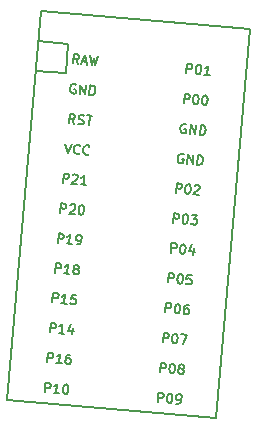
<source format=gbr>
%TF.GenerationSoftware,KiCad,Pcbnew,(5.1.9)-1*%
%TF.CreationDate,2021-07-01T17:14:58+02:00*%
%TF.ProjectId,dosidicus_gigas_alu,646f7369-6469-4637-9573-5f6769676173,VERSION_HERE*%
%TF.SameCoordinates,Original*%
%TF.FileFunction,Legend,Top*%
%TF.FilePolarity,Positive*%
%FSLAX46Y46*%
G04 Gerber Fmt 4.6, Leading zero omitted, Abs format (unit mm)*
G04 Created by KiCad (PCBNEW (5.1.9)-1) date 2021-07-01 17:14:58*
%MOMM*%
%LPD*%
G01*
G04 APERTURE LIST*
%ADD10C,0.150000*%
G04 APERTURE END LIST*
D10*
%TO.C,C1*%
X100040042Y38187512D02*
X97509707Y38408887D01*
X100261417Y40717846D02*
X97731083Y40939222D01*
X100261417Y40717846D02*
X100040042Y38187512D01*
X115664800Y41919927D02*
X97952458Y43469556D01*
X112786917Y9025578D02*
X115664800Y41919927D01*
X95074576Y10575207D02*
X112786917Y9025578D01*
X97952458Y43469556D02*
X95074576Y10575207D01*
X101113009Y39005202D02*
X100880560Y39407946D01*
X100657606Y39045045D02*
X100727331Y39842000D01*
X101030933Y39815439D01*
X101103513Y39770848D01*
X101138143Y39729577D01*
X101169453Y39650357D01*
X101159493Y39536506D01*
X101114902Y39463926D01*
X101073631Y39429296D01*
X100994411Y39397986D01*
X100690808Y39424547D01*
X101436533Y39206342D02*
X101816036Y39173140D01*
X101340711Y38985281D02*
X101676088Y39758995D01*
X101872015Y38938798D01*
X102131491Y39719152D02*
X102251518Y38905596D01*
X102453122Y39461569D01*
X102555120Y38879034D01*
X102814596Y39659388D01*
X100901113Y37238854D02*
X100828533Y37283445D01*
X100714682Y37293405D01*
X100597511Y37265416D01*
X100514970Y37196156D01*
X100470380Y37123575D01*
X100419148Y36975094D01*
X100409188Y36861243D01*
X100433857Y36706122D01*
X100465167Y36626901D01*
X100534427Y36544360D01*
X100644958Y36496449D01*
X100720858Y36489809D01*
X100838029Y36517799D01*
X100879300Y36552429D01*
X100902541Y36818081D01*
X100750740Y36831362D01*
X101214212Y36446646D02*
X101283936Y37243602D01*
X101669615Y36406804D01*
X101739340Y37203759D01*
X102049118Y36373601D02*
X102118842Y37170557D01*
X102308594Y37153956D01*
X102419124Y37106045D01*
X102488384Y37023504D01*
X102519694Y36944283D01*
X102544364Y36789162D01*
X102534403Y36675311D01*
X102483172Y36526830D01*
X102438581Y36454250D01*
X102356040Y36384990D01*
X102238869Y36357000D01*
X102049118Y36373601D01*
X100784109Y33934572D02*
X100551660Y34337317D01*
X100328706Y33974415D02*
X100398431Y34771371D01*
X100702033Y34744809D01*
X100774613Y34700218D01*
X100809243Y34658948D01*
X100840553Y34579727D01*
X100830592Y34465876D01*
X100786002Y34393296D01*
X100744731Y34358666D01*
X100665510Y34327356D01*
X100361908Y34353918D01*
X101091032Y33945961D02*
X101201562Y33898050D01*
X101391314Y33881449D01*
X101470534Y33912759D01*
X101511805Y33947389D01*
X101556396Y34019969D01*
X101563036Y34095870D01*
X101531726Y34175090D01*
X101497096Y34216361D01*
X101424516Y34260952D01*
X101276035Y34312183D01*
X101203455Y34356774D01*
X101168825Y34398044D01*
X101137515Y34477265D01*
X101144155Y34553165D01*
X101188746Y34625746D01*
X101230016Y34660376D01*
X101309237Y34691686D01*
X101498989Y34675084D01*
X101609519Y34627174D01*
X101840541Y34645202D02*
X102295944Y34605360D01*
X101998518Y33828325D02*
X102068243Y34625281D01*
X100006278Y32255978D02*
X100202206Y31435780D01*
X100537582Y32209495D01*
X101195553Y31425355D02*
X101154283Y31390725D01*
X101037112Y31362736D01*
X100961211Y31369376D01*
X100850681Y31417287D01*
X100781420Y31499828D01*
X100750111Y31579049D01*
X100725441Y31734170D01*
X100735402Y31848021D01*
X100786633Y31996502D01*
X100831224Y32069082D01*
X100913765Y32138342D01*
X101030936Y32166332D01*
X101106836Y32159691D01*
X101217367Y32111781D01*
X101251997Y32070510D01*
X101992509Y31355631D02*
X101951238Y31321001D01*
X101834067Y31293011D01*
X101758167Y31299652D01*
X101647636Y31347562D01*
X101578376Y31430103D01*
X101547066Y31509324D01*
X101522397Y31664446D01*
X101532358Y31778296D01*
X101583589Y31926777D01*
X101628179Y31999358D01*
X101710720Y32068618D01*
X101827892Y32096607D01*
X101903792Y32089967D01*
X102014323Y32042056D01*
X102048953Y32000785D01*
X99810054Y28920386D02*
X99879779Y29717342D01*
X100183381Y29690780D01*
X100255962Y29646190D01*
X100290592Y29604919D01*
X100321901Y29525699D01*
X100311941Y29411848D01*
X100267350Y29339267D01*
X100226080Y29304637D01*
X100146859Y29273327D01*
X99843257Y29299889D01*
X100632144Y29575037D02*
X100673415Y29609667D01*
X100752635Y29640977D01*
X100942387Y29624376D01*
X101014967Y29579785D01*
X101049597Y29538515D01*
X101080907Y29459294D01*
X101074266Y29383394D01*
X101026356Y29272863D01*
X100531110Y28857302D01*
X101024463Y28814139D01*
X101783469Y28747735D02*
X101328065Y28787578D01*
X101555767Y28767656D02*
X101625492Y29564612D01*
X101539630Y29457402D01*
X101457089Y29388142D01*
X101377869Y29356832D01*
X99588678Y26390052D02*
X99658403Y27187008D01*
X99962005Y27160446D01*
X100034586Y27115856D01*
X100069216Y27074585D01*
X100100525Y26995365D01*
X100090565Y26881514D01*
X100045974Y26808933D01*
X100004704Y26774303D01*
X99925483Y26742993D01*
X99621881Y26769555D01*
X100410768Y27044703D02*
X100452039Y27079333D01*
X100531259Y27110643D01*
X100721011Y27094042D01*
X100793591Y27049451D01*
X100828221Y27008181D01*
X100859531Y26928960D01*
X100852890Y26853060D01*
X100804980Y26742529D01*
X100309734Y26326968D01*
X100803087Y26283805D01*
X101366165Y27037598D02*
X101442066Y27030958D01*
X101514646Y26986367D01*
X101549276Y26945097D01*
X101580586Y26865876D01*
X101605256Y26710755D01*
X101588654Y26521003D01*
X101537423Y26372522D01*
X101492833Y26299942D01*
X101451562Y26265312D01*
X101372341Y26234002D01*
X101296441Y26240643D01*
X101223860Y26285233D01*
X101189230Y26326504D01*
X101157921Y26405725D01*
X101133251Y26560846D01*
X101149852Y26750597D01*
X101201083Y26899078D01*
X101245674Y26971658D01*
X101286945Y27006289D01*
X101366165Y27037598D01*
X99367303Y23859717D02*
X99437028Y24656673D01*
X99740630Y24630111D01*
X99813211Y24585521D01*
X99847841Y24544250D01*
X99879150Y24465030D01*
X99869190Y24351179D01*
X99824599Y24278598D01*
X99783329Y24243968D01*
X99704108Y24212658D01*
X99400506Y24239220D01*
X100581712Y23753470D02*
X100126309Y23793313D01*
X100354011Y23773392D02*
X100423735Y24570348D01*
X100337874Y24463137D01*
X100255333Y24393877D01*
X100176112Y24362567D01*
X100961215Y23720268D02*
X101113016Y23706987D01*
X101192237Y23738297D01*
X101233507Y23772927D01*
X101319369Y23880138D01*
X101370600Y24028619D01*
X101397161Y24332221D01*
X101365852Y24411442D01*
X101331222Y24452712D01*
X101258641Y24497303D01*
X101106840Y24510584D01*
X101027619Y24479274D01*
X100986349Y24444644D01*
X100941758Y24372063D01*
X100925157Y24182312D01*
X100956467Y24103091D01*
X100991097Y24061821D01*
X101063677Y24017230D01*
X101215478Y24003949D01*
X101294699Y24035259D01*
X101335970Y24069889D01*
X101380560Y24142469D01*
X99145927Y21329383D02*
X99215652Y22126339D01*
X99519254Y22099777D01*
X99591835Y22055187D01*
X99626465Y22013916D01*
X99657774Y21934696D01*
X99647814Y21820845D01*
X99603223Y21748264D01*
X99561953Y21713634D01*
X99482732Y21682324D01*
X99179130Y21708886D01*
X100360336Y21223136D02*
X99904933Y21262979D01*
X100132635Y21243058D02*
X100202359Y22040014D01*
X100116498Y21932803D01*
X100033957Y21863543D01*
X99954736Y21832233D01*
X100855582Y21638697D02*
X100783002Y21683288D01*
X100748372Y21724558D01*
X100717062Y21803779D01*
X100720382Y21841729D01*
X100764973Y21914310D01*
X100806243Y21948940D01*
X100885464Y21980250D01*
X101037265Y21966969D01*
X101109846Y21922378D01*
X101144476Y21881108D01*
X101175785Y21801887D01*
X101172465Y21763936D01*
X101127874Y21691356D01*
X101086604Y21656726D01*
X101007383Y21625416D01*
X100855582Y21638697D01*
X100776361Y21607387D01*
X100735091Y21572757D01*
X100690500Y21500177D01*
X100677219Y21348376D01*
X100708529Y21269155D01*
X100743159Y21227885D01*
X100815739Y21183294D01*
X100967541Y21170013D01*
X101046761Y21201323D01*
X101088032Y21235953D01*
X101132623Y21308533D01*
X101145903Y21460334D01*
X101114594Y21539555D01*
X101079964Y21580826D01*
X101007383Y21625416D01*
X98924551Y18799048D02*
X98994276Y19596004D01*
X99297878Y19569442D01*
X99370459Y19524852D01*
X99405089Y19483581D01*
X99436398Y19404361D01*
X99426438Y19290510D01*
X99381847Y19217929D01*
X99340577Y19183299D01*
X99261356Y19151989D01*
X98957754Y19178551D01*
X100138960Y18692801D02*
X99683557Y18732644D01*
X99911259Y18712723D02*
X99980983Y19509679D01*
X99895122Y19402468D01*
X99812581Y19333208D01*
X99733360Y19301898D01*
X100929740Y19426673D02*
X100550237Y19459875D01*
X100479085Y19083693D01*
X100520355Y19118323D01*
X100599576Y19149633D01*
X100789327Y19133032D01*
X100861908Y19088441D01*
X100896538Y19047170D01*
X100927848Y18967950D01*
X100911247Y18778198D01*
X100866656Y18705618D01*
X100825385Y18670988D01*
X100746165Y18639678D01*
X100556413Y18656279D01*
X100483833Y18700870D01*
X100449203Y18742140D01*
X98703176Y16268714D02*
X98772901Y17065670D01*
X99076503Y17039108D01*
X99149084Y16994518D01*
X99183714Y16953247D01*
X99215023Y16874027D01*
X99205063Y16760176D01*
X99160472Y16687595D01*
X99119202Y16652965D01*
X99039981Y16621655D01*
X98736379Y16648217D01*
X99917585Y16162467D02*
X99462182Y16202310D01*
X99689884Y16182389D02*
X99759608Y16979345D01*
X99673747Y16872134D01*
X99591206Y16802874D01*
X99511985Y16771564D01*
X100647173Y16634007D02*
X100600690Y16102704D01*
X100483984Y16954211D02*
X100244429Y16401558D01*
X100737782Y16358395D01*
X98481800Y13738379D02*
X98551525Y14535335D01*
X98855127Y14508773D01*
X98927708Y14464183D01*
X98962338Y14422912D01*
X98993647Y14343692D01*
X98983687Y14229841D01*
X98939096Y14157260D01*
X98897826Y14122630D01*
X98818605Y14091320D01*
X98515003Y14117882D01*
X99696209Y13632132D02*
X99240806Y13671975D01*
X99468508Y13652054D02*
X99538232Y14449010D01*
X99452371Y14341799D01*
X99369830Y14272539D01*
X99290609Y14241229D01*
X100449039Y14369324D02*
X100297238Y14382605D01*
X100218017Y14351295D01*
X100176746Y14316665D01*
X100090885Y14209455D01*
X100039654Y14060974D01*
X100013092Y13757372D01*
X100044402Y13678151D01*
X100079032Y13636881D01*
X100151612Y13592290D01*
X100303414Y13579009D01*
X100382634Y13610319D01*
X100423905Y13644949D01*
X100468496Y13717529D01*
X100485097Y13907281D01*
X100453787Y13986501D01*
X100419157Y14027772D01*
X100346576Y14072363D01*
X100194775Y14085643D01*
X100115555Y14054334D01*
X100074284Y14019704D01*
X100029693Y13947123D01*
X98260425Y11208045D02*
X98330150Y12005001D01*
X98633752Y11978439D01*
X98706333Y11933849D01*
X98740963Y11892578D01*
X98772272Y11813358D01*
X98762312Y11699507D01*
X98717721Y11626926D01*
X98676451Y11592296D01*
X98597230Y11560986D01*
X98293628Y11587548D01*
X99474834Y11101798D02*
X99019431Y11141641D01*
X99247133Y11121720D02*
X99316857Y11918676D01*
X99230996Y11811465D01*
X99148455Y11742205D01*
X99069234Y11710895D01*
X100037912Y11855591D02*
X100113813Y11848951D01*
X100186393Y11804360D01*
X100221023Y11763090D01*
X100252333Y11683869D01*
X100277003Y11528748D01*
X100260401Y11338996D01*
X100209170Y11190515D01*
X100164580Y11117935D01*
X100123309Y11083305D01*
X100044088Y11051995D01*
X99968188Y11058636D01*
X99895607Y11103226D01*
X99860977Y11144497D01*
X99829668Y11223718D01*
X99804998Y11378839D01*
X99821599Y11568590D01*
X99872830Y11717071D01*
X99917421Y11789651D01*
X99958692Y11824282D01*
X100037912Y11855591D01*
X110259025Y38205029D02*
X110328750Y39001985D01*
X110632352Y38975423D01*
X110704933Y38930833D01*
X110739563Y38889562D01*
X110770872Y38810342D01*
X110760912Y38696491D01*
X110716321Y38623910D01*
X110675051Y38589280D01*
X110595830Y38557970D01*
X110292228Y38584532D01*
X111277507Y38918980D02*
X111353407Y38912339D01*
X111425988Y38867749D01*
X111460618Y38826478D01*
X111491928Y38747257D01*
X111516597Y38592136D01*
X111499996Y38402385D01*
X111448765Y38253904D01*
X111404174Y38181323D01*
X111362904Y38146693D01*
X111283683Y38115384D01*
X111207782Y38122024D01*
X111135202Y38166615D01*
X111100572Y38207885D01*
X111069262Y38287106D01*
X111044593Y38442227D01*
X111061194Y38631979D01*
X111112425Y38780460D01*
X111157016Y38853040D01*
X111198286Y38887670D01*
X111277507Y38918980D01*
X112232440Y38032378D02*
X111777036Y38072221D01*
X112004738Y38052299D02*
X112074463Y38849255D01*
X111988601Y38742045D01*
X111906060Y38672785D01*
X111826840Y38641475D01*
X110037650Y35674695D02*
X110107375Y36471651D01*
X110410977Y36445089D01*
X110483558Y36400499D01*
X110518188Y36359228D01*
X110549497Y36280008D01*
X110539537Y36166157D01*
X110494946Y36093576D01*
X110453676Y36058946D01*
X110374455Y36027636D01*
X110070853Y36054198D01*
X111056132Y36388646D02*
X111132032Y36382005D01*
X111204613Y36337415D01*
X111239243Y36296144D01*
X111270553Y36216923D01*
X111295222Y36061802D01*
X111278621Y35872051D01*
X111227390Y35723570D01*
X111182799Y35650989D01*
X111141529Y35616359D01*
X111062308Y35585050D01*
X110986407Y35591690D01*
X110913827Y35636281D01*
X110879197Y35677551D01*
X110847887Y35756772D01*
X110823218Y35911893D01*
X110839819Y36101645D01*
X110891050Y36250126D01*
X110935641Y36322706D01*
X110976911Y36357336D01*
X111056132Y36388646D01*
X111815137Y36322241D02*
X111891038Y36315601D01*
X111963618Y36271010D01*
X111998248Y36229740D01*
X112029558Y36150519D01*
X112054228Y35995398D01*
X112037626Y35805646D01*
X111986395Y35657165D01*
X111941805Y35584585D01*
X111900534Y35549955D01*
X111821313Y35518645D01*
X111745413Y35525286D01*
X111672832Y35569876D01*
X111638202Y35611147D01*
X111606893Y35690368D01*
X111582223Y35845489D01*
X111598824Y36035240D01*
X111650055Y36183721D01*
X111694646Y36256301D01*
X111735917Y36290932D01*
X111815137Y36322241D01*
X110243206Y33871824D02*
X110170626Y33916415D01*
X110056775Y33926375D01*
X109939604Y33898386D01*
X109857063Y33829126D01*
X109812473Y33756545D01*
X109761241Y33608064D01*
X109751281Y33494213D01*
X109775950Y33339092D01*
X109807260Y33259871D01*
X109876520Y33177330D01*
X109987051Y33129419D01*
X110062951Y33122779D01*
X110180122Y33150769D01*
X110221393Y33185399D01*
X110244634Y33451051D01*
X110092833Y33464332D01*
X110556305Y33079616D02*
X110626029Y33876572D01*
X111011708Y33039774D01*
X111081433Y33836729D01*
X111391211Y33006571D02*
X111460935Y33803527D01*
X111650687Y33786926D01*
X111761217Y33739015D01*
X111830477Y33656474D01*
X111861787Y33577253D01*
X111886457Y33422132D01*
X111876496Y33308281D01*
X111825265Y33159800D01*
X111780674Y33087220D01*
X111698133Y33017960D01*
X111580962Y32989970D01*
X111391211Y33006571D01*
X110021831Y31341490D02*
X109949251Y31386081D01*
X109835400Y31396041D01*
X109718229Y31368052D01*
X109635688Y31298792D01*
X109591098Y31226211D01*
X109539866Y31077730D01*
X109529906Y30963879D01*
X109554575Y30808758D01*
X109585885Y30729537D01*
X109655145Y30646996D01*
X109765676Y30599085D01*
X109841576Y30592445D01*
X109958747Y30620435D01*
X110000018Y30655065D01*
X110023259Y30920717D01*
X109871458Y30933998D01*
X110334930Y30549282D02*
X110404654Y31346238D01*
X110790333Y30509440D01*
X110860058Y31306395D01*
X111169836Y30476237D02*
X111239560Y31273193D01*
X111429312Y31256592D01*
X111539842Y31208681D01*
X111609102Y31126140D01*
X111640412Y31046919D01*
X111665082Y30891798D01*
X111655121Y30777947D01*
X111603890Y30629466D01*
X111559299Y30556886D01*
X111476758Y30487626D01*
X111359587Y30459636D01*
X111169836Y30476237D01*
X109373523Y28083691D02*
X109443248Y28880647D01*
X109746850Y28854085D01*
X109819431Y28809495D01*
X109854061Y28768224D01*
X109885370Y28689004D01*
X109875410Y28575153D01*
X109830819Y28502572D01*
X109789549Y28467942D01*
X109710328Y28436632D01*
X109406726Y28463194D01*
X110392005Y28797642D02*
X110467905Y28791001D01*
X110540486Y28746411D01*
X110575116Y28705140D01*
X110606426Y28625919D01*
X110631095Y28470798D01*
X110614494Y28281047D01*
X110563263Y28132566D01*
X110518672Y28059985D01*
X110477402Y28025355D01*
X110398181Y27994046D01*
X110322280Y28000686D01*
X110249700Y28045277D01*
X110215070Y28086547D01*
X110183760Y28165768D01*
X110159091Y28320889D01*
X110175692Y28510641D01*
X110226923Y28659122D01*
X110271514Y28731702D01*
X110312784Y28766332D01*
X110392005Y28797642D01*
X110954619Y28671938D02*
X110995889Y28706568D01*
X111075110Y28737878D01*
X111264861Y28721277D01*
X111337442Y28676686D01*
X111372072Y28635416D01*
X111403381Y28556195D01*
X111396741Y28480294D01*
X111348830Y28369764D01*
X110853584Y27954203D01*
X111346938Y27911040D01*
X109152147Y25553357D02*
X109221872Y26350313D01*
X109525474Y26323751D01*
X109598055Y26279161D01*
X109632685Y26237890D01*
X109663994Y26158670D01*
X109654034Y26044819D01*
X109609443Y25972238D01*
X109568173Y25937608D01*
X109488952Y25906298D01*
X109185350Y25932860D01*
X110170629Y26267308D02*
X110246529Y26260667D01*
X110319110Y26216077D01*
X110353740Y26174806D01*
X110385050Y26095585D01*
X110409719Y25940464D01*
X110393118Y25750713D01*
X110341887Y25602232D01*
X110297296Y25529651D01*
X110256026Y25495021D01*
X110176805Y25463712D01*
X110100904Y25470352D01*
X110028324Y25514943D01*
X109993694Y25556213D01*
X109962384Y25635434D01*
X109937715Y25790555D01*
X109954316Y25980307D01*
X110005547Y26128788D01*
X110050138Y26201368D01*
X110091408Y26235998D01*
X110170629Y26267308D01*
X110701933Y26220825D02*
X111195286Y26177662D01*
X110903073Y25897301D01*
X111016923Y25887341D01*
X111089504Y25842750D01*
X111124134Y25801479D01*
X111155444Y25722259D01*
X111138843Y25532507D01*
X111094252Y25459927D01*
X111052981Y25425297D01*
X110973761Y25393987D01*
X110746059Y25413908D01*
X110673479Y25458499D01*
X110638849Y25499769D01*
X108930772Y23023022D02*
X109000497Y23819978D01*
X109304099Y23793416D01*
X109376680Y23748826D01*
X109411310Y23707555D01*
X109442619Y23628335D01*
X109432659Y23514484D01*
X109388068Y23441903D01*
X109346798Y23407273D01*
X109267577Y23375963D01*
X108963975Y23402525D01*
X109949254Y23736973D02*
X110025154Y23730332D01*
X110097735Y23685742D01*
X110132365Y23644471D01*
X110163675Y23565250D01*
X110188344Y23410129D01*
X110171743Y23220378D01*
X110120512Y23071897D01*
X110075921Y22999316D01*
X110034651Y22964686D01*
X109955430Y22933377D01*
X109879529Y22940017D01*
X109806949Y22984608D01*
X109772319Y23025878D01*
X109741009Y23105099D01*
X109716340Y23260220D01*
X109732941Y23449972D01*
X109784172Y23598453D01*
X109828763Y23671033D01*
X109870033Y23705663D01*
X109949254Y23736973D01*
X110874769Y23388315D02*
X110828286Y22857012D01*
X110711580Y23708519D02*
X110472025Y23155866D01*
X110965378Y23112703D01*
X108709396Y20492688D02*
X108779121Y21289644D01*
X109082723Y21263082D01*
X109155304Y21218492D01*
X109189934Y21177221D01*
X109221243Y21098001D01*
X109211283Y20984150D01*
X109166692Y20911569D01*
X109125422Y20876939D01*
X109046201Y20845629D01*
X108742599Y20872191D01*
X109727878Y21206639D02*
X109803778Y21199998D01*
X109876359Y21155408D01*
X109910989Y21114137D01*
X109942299Y21034916D01*
X109966968Y20879795D01*
X109950367Y20690044D01*
X109899136Y20541563D01*
X109854545Y20468982D01*
X109813275Y20434352D01*
X109734054Y20403043D01*
X109658153Y20409683D01*
X109585573Y20454274D01*
X109550943Y20495544D01*
X109519633Y20574765D01*
X109494964Y20729886D01*
X109511565Y20919638D01*
X109562796Y21068119D01*
X109607387Y21140699D01*
X109648657Y21175329D01*
X109727878Y21206639D01*
X110714585Y21120313D02*
X110335082Y21153515D01*
X110263930Y20777333D01*
X110305200Y20811963D01*
X110384421Y20843273D01*
X110574172Y20826672D01*
X110646753Y20782081D01*
X110681383Y20740810D01*
X110712693Y20661590D01*
X110696092Y20471838D01*
X110651501Y20399258D01*
X110610230Y20364628D01*
X110531010Y20333318D01*
X110341258Y20349919D01*
X110268678Y20394510D01*
X110234048Y20435780D01*
X108488021Y17962353D02*
X108557746Y18759309D01*
X108861348Y18732747D01*
X108933929Y18688157D01*
X108968559Y18646886D01*
X108999868Y18567666D01*
X108989908Y18453815D01*
X108945317Y18381234D01*
X108904047Y18346604D01*
X108824826Y18315294D01*
X108521224Y18341856D01*
X109506503Y18676304D02*
X109582403Y18669663D01*
X109654984Y18625073D01*
X109689614Y18583802D01*
X109720924Y18504581D01*
X109745593Y18349460D01*
X109728992Y18159709D01*
X109677761Y18011228D01*
X109633170Y17938647D01*
X109591900Y17904017D01*
X109512679Y17872708D01*
X109436778Y17879348D01*
X109364198Y17923939D01*
X109329568Y17965209D01*
X109298258Y18044430D01*
X109273589Y18199551D01*
X109290190Y18389303D01*
X109341421Y18537784D01*
X109386012Y18610364D01*
X109427282Y18644994D01*
X109506503Y18676304D01*
X110455260Y18593298D02*
X110303459Y18606579D01*
X110224238Y18575269D01*
X110182967Y18540639D01*
X110097106Y18433429D01*
X110045875Y18284948D01*
X110019313Y17981346D01*
X110050623Y17902125D01*
X110085253Y17860855D01*
X110157833Y17816264D01*
X110309635Y17802983D01*
X110388855Y17834293D01*
X110430126Y17868923D01*
X110474717Y17941503D01*
X110491318Y18131255D01*
X110460008Y18210475D01*
X110425378Y18251746D01*
X110352797Y18296337D01*
X110200996Y18309617D01*
X110121776Y18278308D01*
X110080505Y18243678D01*
X110035914Y18171097D01*
X108266645Y15432019D02*
X108336370Y16228975D01*
X108639972Y16202413D01*
X108712553Y16157823D01*
X108747183Y16116552D01*
X108778492Y16037332D01*
X108768532Y15923481D01*
X108723941Y15850900D01*
X108682671Y15816270D01*
X108603450Y15784960D01*
X108299848Y15811522D01*
X109285127Y16145970D02*
X109361027Y16139329D01*
X109433608Y16094739D01*
X109468238Y16053468D01*
X109499548Y15974247D01*
X109524217Y15819126D01*
X109507616Y15629375D01*
X109456385Y15480894D01*
X109411794Y15408313D01*
X109370524Y15373683D01*
X109291303Y15342374D01*
X109215402Y15349014D01*
X109142822Y15393605D01*
X109108192Y15434875D01*
X109076882Y15514096D01*
X109052213Y15669217D01*
X109068814Y15858969D01*
X109120045Y16007450D01*
X109164636Y16080030D01*
X109205906Y16114660D01*
X109285127Y16145970D01*
X109816431Y16099487D02*
X110347735Y16053004D01*
X109936457Y15285930D01*
X108045269Y12901684D02*
X108114994Y13698640D01*
X108418596Y13672078D01*
X108491177Y13627488D01*
X108525807Y13586217D01*
X108557116Y13506997D01*
X108547156Y13393146D01*
X108502565Y13320565D01*
X108461295Y13285935D01*
X108382074Y13254625D01*
X108078472Y13281187D01*
X109063751Y13615635D02*
X109139651Y13608994D01*
X109212232Y13564404D01*
X109246862Y13523133D01*
X109278172Y13443912D01*
X109302841Y13288791D01*
X109286240Y13099040D01*
X109235009Y12950559D01*
X109190418Y12877978D01*
X109149148Y12843348D01*
X109069927Y12812039D01*
X108994026Y12818679D01*
X108921446Y12863270D01*
X108886816Y12904540D01*
X108855506Y12983761D01*
X108830837Y13138882D01*
X108847438Y13328634D01*
X108898669Y13477115D01*
X108943260Y13549695D01*
X108984530Y13584325D01*
X109063751Y13615635D01*
X109754924Y13210998D02*
X109682344Y13255589D01*
X109647714Y13296859D01*
X109616404Y13376080D01*
X109619724Y13414030D01*
X109664315Y13486611D01*
X109705585Y13521241D01*
X109784806Y13552551D01*
X109936607Y13539270D01*
X110009188Y13494679D01*
X110043818Y13453409D01*
X110075127Y13374188D01*
X110071807Y13336237D01*
X110027216Y13263657D01*
X109985946Y13229027D01*
X109906725Y13197717D01*
X109754924Y13210998D01*
X109675703Y13179688D01*
X109634433Y13145058D01*
X109589842Y13072478D01*
X109576561Y12920677D01*
X109607871Y12841456D01*
X109642501Y12800186D01*
X109715081Y12755595D01*
X109866883Y12742314D01*
X109946103Y12773624D01*
X109987374Y12808254D01*
X110031965Y12880834D01*
X110045245Y13032635D01*
X110013936Y13111856D01*
X109979306Y13153127D01*
X109906725Y13197717D01*
X107823894Y10371350D02*
X107893619Y11168306D01*
X108197221Y11141744D01*
X108269802Y11097154D01*
X108304432Y11055883D01*
X108335741Y10976663D01*
X108325781Y10862812D01*
X108281190Y10790231D01*
X108239920Y10755601D01*
X108160699Y10724291D01*
X107857097Y10750853D01*
X108842376Y11085301D02*
X108918276Y11078660D01*
X108990857Y11034070D01*
X109025487Y10992799D01*
X109056797Y10913578D01*
X109081466Y10758457D01*
X109064865Y10568706D01*
X109013634Y10420225D01*
X108969043Y10347644D01*
X108927773Y10313014D01*
X108848552Y10281705D01*
X108772651Y10288345D01*
X108700071Y10332936D01*
X108665441Y10374206D01*
X108634131Y10453427D01*
X108609462Y10608548D01*
X108626063Y10798300D01*
X108677294Y10946781D01*
X108721885Y11019361D01*
X108763155Y11053991D01*
X108842376Y11085301D01*
X109417806Y10231901D02*
X109569607Y10218620D01*
X109648828Y10249930D01*
X109690098Y10284560D01*
X109775960Y10391771D01*
X109827191Y10540252D01*
X109853752Y10843854D01*
X109822443Y10923075D01*
X109787813Y10964345D01*
X109715232Y11008936D01*
X109563431Y11022217D01*
X109484210Y10990907D01*
X109442940Y10956277D01*
X109398349Y10883696D01*
X109381748Y10693945D01*
X109413058Y10614724D01*
X109447688Y10573454D01*
X109520268Y10528863D01*
X109672069Y10515582D01*
X109751290Y10546892D01*
X109792561Y10581522D01*
X109837151Y10654102D01*
%TD*%
M02*

</source>
